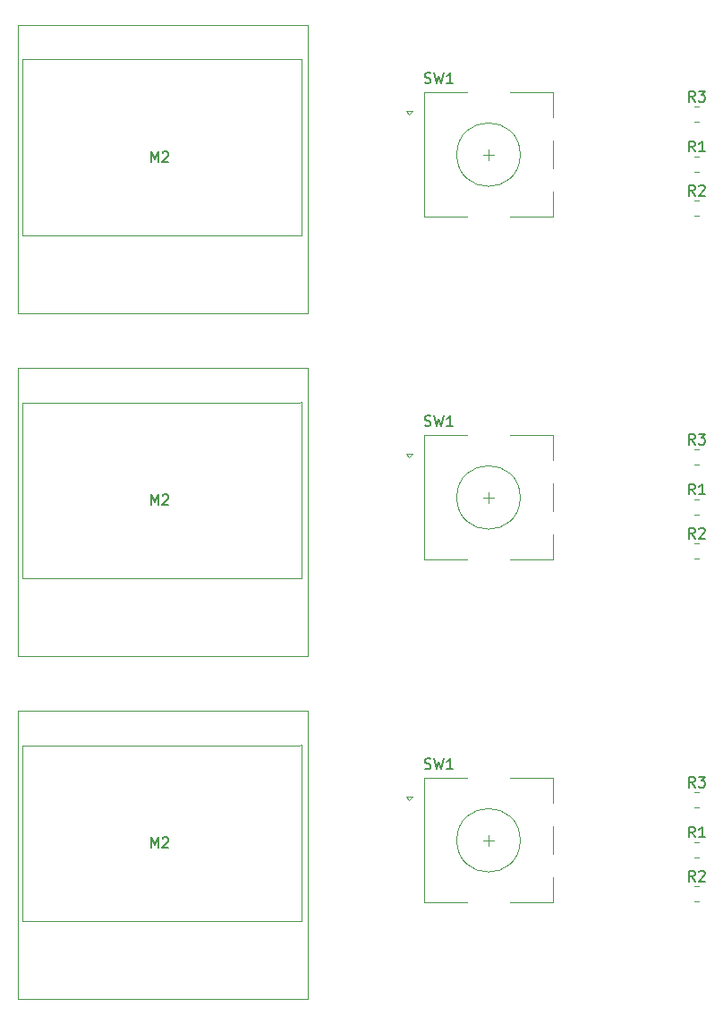
<source format=gto>
G04 #@! TF.GenerationSoftware,KiCad,Pcbnew,7.0.9-7.0.9~ubuntu22.04.1*
G04 #@! TF.CreationDate,2023-12-17T14:41:55+07:00*
G04 #@! TF.ProjectId,final-production,66696e61-6c2d-4707-926f-64756374696f,rev?*
G04 #@! TF.SameCoordinates,Original*
G04 #@! TF.FileFunction,Legend,Top*
G04 #@! TF.FilePolarity,Positive*
%FSLAX46Y46*%
G04 Gerber Fmt 4.6, Leading zero omitted, Abs format (unit mm)*
G04 Created by KiCad (PCBNEW 7.0.9-7.0.9~ubuntu22.04.1) date 2023-12-17 14:41:55*
%MOMM*%
%LPD*%
G01*
G04 APERTURE LIST*
%ADD10C,0.150000*%
%ADD11C,0.120000*%
G04 APERTURE END LIST*
D10*
X48029069Y-66867200D02*
X48171926Y-66914819D01*
X48171926Y-66914819D02*
X48410021Y-66914819D01*
X48410021Y-66914819D02*
X48505259Y-66867200D01*
X48505259Y-66867200D02*
X48552878Y-66819580D01*
X48552878Y-66819580D02*
X48600497Y-66724342D01*
X48600497Y-66724342D02*
X48600497Y-66629104D01*
X48600497Y-66629104D02*
X48552878Y-66533866D01*
X48552878Y-66533866D02*
X48505259Y-66486247D01*
X48505259Y-66486247D02*
X48410021Y-66438628D01*
X48410021Y-66438628D02*
X48219545Y-66391009D01*
X48219545Y-66391009D02*
X48124307Y-66343390D01*
X48124307Y-66343390D02*
X48076688Y-66295771D01*
X48076688Y-66295771D02*
X48029069Y-66200533D01*
X48029069Y-66200533D02*
X48029069Y-66105295D01*
X48029069Y-66105295D02*
X48076688Y-66010057D01*
X48076688Y-66010057D02*
X48124307Y-65962438D01*
X48124307Y-65962438D02*
X48219545Y-65914819D01*
X48219545Y-65914819D02*
X48457640Y-65914819D01*
X48457640Y-65914819D02*
X48600497Y-65962438D01*
X48933831Y-65914819D02*
X49171926Y-66914819D01*
X49171926Y-66914819D02*
X49362402Y-66200533D01*
X49362402Y-66200533D02*
X49552878Y-66914819D01*
X49552878Y-66914819D02*
X49790974Y-65914819D01*
X50695735Y-66914819D02*
X50124307Y-66914819D01*
X50410021Y-66914819D02*
X50410021Y-65914819D01*
X50410021Y-65914819D02*
X50314783Y-66057676D01*
X50314783Y-66057676D02*
X50219545Y-66152914D01*
X50219545Y-66152914D02*
X50124307Y-66200533D01*
X22118516Y-74380452D02*
X22118516Y-73380452D01*
X22118516Y-73380452D02*
X22451849Y-74094737D01*
X22451849Y-74094737D02*
X22785182Y-73380452D01*
X22785182Y-73380452D02*
X22785182Y-74380452D01*
X23213754Y-73475690D02*
X23261373Y-73428071D01*
X23261373Y-73428071D02*
X23356611Y-73380452D01*
X23356611Y-73380452D02*
X23594706Y-73380452D01*
X23594706Y-73380452D02*
X23689944Y-73428071D01*
X23689944Y-73428071D02*
X23737563Y-73475690D01*
X23737563Y-73475690D02*
X23785182Y-73570928D01*
X23785182Y-73570928D02*
X23785182Y-73666166D01*
X23785182Y-73666166D02*
X23737563Y-73809023D01*
X23737563Y-73809023D02*
X23166135Y-74380452D01*
X23166135Y-74380452D02*
X23785182Y-74380452D01*
X73595735Y-77544819D02*
X73262402Y-77068628D01*
X73024307Y-77544819D02*
X73024307Y-76544819D01*
X73024307Y-76544819D02*
X73405259Y-76544819D01*
X73405259Y-76544819D02*
X73500497Y-76592438D01*
X73500497Y-76592438D02*
X73548116Y-76640057D01*
X73548116Y-76640057D02*
X73595735Y-76735295D01*
X73595735Y-76735295D02*
X73595735Y-76878152D01*
X73595735Y-76878152D02*
X73548116Y-76973390D01*
X73548116Y-76973390D02*
X73500497Y-77021009D01*
X73500497Y-77021009D02*
X73405259Y-77068628D01*
X73405259Y-77068628D02*
X73024307Y-77068628D01*
X73976688Y-76640057D02*
X74024307Y-76592438D01*
X74024307Y-76592438D02*
X74119545Y-76544819D01*
X74119545Y-76544819D02*
X74357640Y-76544819D01*
X74357640Y-76544819D02*
X74452878Y-76592438D01*
X74452878Y-76592438D02*
X74500497Y-76640057D01*
X74500497Y-76640057D02*
X74548116Y-76735295D01*
X74548116Y-76735295D02*
X74548116Y-76830533D01*
X74548116Y-76830533D02*
X74500497Y-76973390D01*
X74500497Y-76973390D02*
X73929069Y-77544819D01*
X73929069Y-77544819D02*
X74548116Y-77544819D01*
X73595735Y-40956877D02*
X73262402Y-40480686D01*
X73024307Y-40956877D02*
X73024307Y-39956877D01*
X73024307Y-39956877D02*
X73405259Y-39956877D01*
X73405259Y-39956877D02*
X73500497Y-40004496D01*
X73500497Y-40004496D02*
X73548116Y-40052115D01*
X73548116Y-40052115D02*
X73595735Y-40147353D01*
X73595735Y-40147353D02*
X73595735Y-40290210D01*
X73595735Y-40290210D02*
X73548116Y-40385448D01*
X73548116Y-40385448D02*
X73500497Y-40433067D01*
X73500497Y-40433067D02*
X73405259Y-40480686D01*
X73405259Y-40480686D02*
X73024307Y-40480686D01*
X74548116Y-40956877D02*
X73976688Y-40956877D01*
X74262402Y-40956877D02*
X74262402Y-39956877D01*
X74262402Y-39956877D02*
X74167164Y-40099734D01*
X74167164Y-40099734D02*
X74071926Y-40194972D01*
X74071926Y-40194972D02*
X73976688Y-40242591D01*
X48029069Y-99295366D02*
X48171926Y-99342985D01*
X48171926Y-99342985D02*
X48410021Y-99342985D01*
X48410021Y-99342985D02*
X48505259Y-99295366D01*
X48505259Y-99295366D02*
X48552878Y-99247746D01*
X48552878Y-99247746D02*
X48600497Y-99152508D01*
X48600497Y-99152508D02*
X48600497Y-99057270D01*
X48600497Y-99057270D02*
X48552878Y-98962032D01*
X48552878Y-98962032D02*
X48505259Y-98914413D01*
X48505259Y-98914413D02*
X48410021Y-98866794D01*
X48410021Y-98866794D02*
X48219545Y-98819175D01*
X48219545Y-98819175D02*
X48124307Y-98771556D01*
X48124307Y-98771556D02*
X48076688Y-98723937D01*
X48076688Y-98723937D02*
X48029069Y-98628699D01*
X48029069Y-98628699D02*
X48029069Y-98533461D01*
X48029069Y-98533461D02*
X48076688Y-98438223D01*
X48076688Y-98438223D02*
X48124307Y-98390604D01*
X48124307Y-98390604D02*
X48219545Y-98342985D01*
X48219545Y-98342985D02*
X48457640Y-98342985D01*
X48457640Y-98342985D02*
X48600497Y-98390604D01*
X48933831Y-98342985D02*
X49171926Y-99342985D01*
X49171926Y-99342985D02*
X49362402Y-98628699D01*
X49362402Y-98628699D02*
X49552878Y-99342985D01*
X49552878Y-99342985D02*
X49790974Y-98342985D01*
X50695735Y-99342985D02*
X50124307Y-99342985D01*
X50410021Y-99342985D02*
X50410021Y-98342985D01*
X50410021Y-98342985D02*
X50314783Y-98485842D01*
X50314783Y-98485842D02*
X50219545Y-98581080D01*
X50219545Y-98581080D02*
X50124307Y-98628699D01*
X73595735Y-105813209D02*
X73262402Y-105337018D01*
X73024307Y-105813209D02*
X73024307Y-104813209D01*
X73024307Y-104813209D02*
X73405259Y-104813209D01*
X73405259Y-104813209D02*
X73500497Y-104860828D01*
X73500497Y-104860828D02*
X73548116Y-104908447D01*
X73548116Y-104908447D02*
X73595735Y-105003685D01*
X73595735Y-105003685D02*
X73595735Y-105146542D01*
X73595735Y-105146542D02*
X73548116Y-105241780D01*
X73548116Y-105241780D02*
X73500497Y-105289399D01*
X73500497Y-105289399D02*
X73405259Y-105337018D01*
X73405259Y-105337018D02*
X73024307Y-105337018D01*
X74548116Y-105813209D02*
X73976688Y-105813209D01*
X74262402Y-105813209D02*
X74262402Y-104813209D01*
X74262402Y-104813209D02*
X74167164Y-104956066D01*
X74167164Y-104956066D02*
X74071926Y-105051304D01*
X74071926Y-105051304D02*
X73976688Y-105098923D01*
X73595735Y-109972985D02*
X73262402Y-109496794D01*
X73024307Y-109972985D02*
X73024307Y-108972985D01*
X73024307Y-108972985D02*
X73405259Y-108972985D01*
X73405259Y-108972985D02*
X73500497Y-109020604D01*
X73500497Y-109020604D02*
X73548116Y-109068223D01*
X73548116Y-109068223D02*
X73595735Y-109163461D01*
X73595735Y-109163461D02*
X73595735Y-109306318D01*
X73595735Y-109306318D02*
X73548116Y-109401556D01*
X73548116Y-109401556D02*
X73500497Y-109449175D01*
X73500497Y-109449175D02*
X73405259Y-109496794D01*
X73405259Y-109496794D02*
X73024307Y-109496794D01*
X73976688Y-109068223D02*
X74024307Y-109020604D01*
X74024307Y-109020604D02*
X74119545Y-108972985D01*
X74119545Y-108972985D02*
X74357640Y-108972985D01*
X74357640Y-108972985D02*
X74452878Y-109020604D01*
X74452878Y-109020604D02*
X74500497Y-109068223D01*
X74500497Y-109068223D02*
X74548116Y-109163461D01*
X74548116Y-109163461D02*
X74548116Y-109258699D01*
X74548116Y-109258699D02*
X74500497Y-109401556D01*
X74500497Y-109401556D02*
X73929069Y-109972985D01*
X73929069Y-109972985D02*
X74548116Y-109972985D01*
X73595735Y-45116653D02*
X73262402Y-44640462D01*
X73024307Y-45116653D02*
X73024307Y-44116653D01*
X73024307Y-44116653D02*
X73405259Y-44116653D01*
X73405259Y-44116653D02*
X73500497Y-44164272D01*
X73500497Y-44164272D02*
X73548116Y-44211891D01*
X73548116Y-44211891D02*
X73595735Y-44307129D01*
X73595735Y-44307129D02*
X73595735Y-44449986D01*
X73595735Y-44449986D02*
X73548116Y-44545224D01*
X73548116Y-44545224D02*
X73500497Y-44592843D01*
X73500497Y-44592843D02*
X73405259Y-44640462D01*
X73405259Y-44640462D02*
X73024307Y-44640462D01*
X73976688Y-44211891D02*
X74024307Y-44164272D01*
X74024307Y-44164272D02*
X74119545Y-44116653D01*
X74119545Y-44116653D02*
X74357640Y-44116653D01*
X74357640Y-44116653D02*
X74452878Y-44164272D01*
X74452878Y-44164272D02*
X74500497Y-44211891D01*
X74500497Y-44211891D02*
X74548116Y-44307129D01*
X74548116Y-44307129D02*
X74548116Y-44402367D01*
X74548116Y-44402367D02*
X74500497Y-44545224D01*
X74500497Y-44545224D02*
X73929069Y-45116653D01*
X73929069Y-45116653D02*
X74548116Y-45116653D01*
X73595735Y-36226653D02*
X73262402Y-35750462D01*
X73024307Y-36226653D02*
X73024307Y-35226653D01*
X73024307Y-35226653D02*
X73405259Y-35226653D01*
X73405259Y-35226653D02*
X73500497Y-35274272D01*
X73500497Y-35274272D02*
X73548116Y-35321891D01*
X73548116Y-35321891D02*
X73595735Y-35417129D01*
X73595735Y-35417129D02*
X73595735Y-35559986D01*
X73595735Y-35559986D02*
X73548116Y-35655224D01*
X73548116Y-35655224D02*
X73500497Y-35702843D01*
X73500497Y-35702843D02*
X73405259Y-35750462D01*
X73405259Y-35750462D02*
X73024307Y-35750462D01*
X73929069Y-35226653D02*
X74548116Y-35226653D01*
X74548116Y-35226653D02*
X74214783Y-35607605D01*
X74214783Y-35607605D02*
X74357640Y-35607605D01*
X74357640Y-35607605D02*
X74452878Y-35655224D01*
X74452878Y-35655224D02*
X74500497Y-35702843D01*
X74500497Y-35702843D02*
X74548116Y-35798081D01*
X74548116Y-35798081D02*
X74548116Y-36036176D01*
X74548116Y-36036176D02*
X74500497Y-36131414D01*
X74500497Y-36131414D02*
X74452878Y-36179034D01*
X74452878Y-36179034D02*
X74357640Y-36226653D01*
X74357640Y-36226653D02*
X74071926Y-36226653D01*
X74071926Y-36226653D02*
X73976688Y-36179034D01*
X73976688Y-36179034D02*
X73929069Y-36131414D01*
X22118516Y-41952286D02*
X22118516Y-40952286D01*
X22118516Y-40952286D02*
X22451849Y-41666571D01*
X22451849Y-41666571D02*
X22785182Y-40952286D01*
X22785182Y-40952286D02*
X22785182Y-41952286D01*
X23213754Y-41047524D02*
X23261373Y-40999905D01*
X23261373Y-40999905D02*
X23356611Y-40952286D01*
X23356611Y-40952286D02*
X23594706Y-40952286D01*
X23594706Y-40952286D02*
X23689944Y-40999905D01*
X23689944Y-40999905D02*
X23737563Y-41047524D01*
X23737563Y-41047524D02*
X23785182Y-41142762D01*
X23785182Y-41142762D02*
X23785182Y-41238000D01*
X23785182Y-41238000D02*
X23737563Y-41380857D01*
X23737563Y-41380857D02*
X23166135Y-41952286D01*
X23166135Y-41952286D02*
X23785182Y-41952286D01*
X48029069Y-34439034D02*
X48171926Y-34486653D01*
X48171926Y-34486653D02*
X48410021Y-34486653D01*
X48410021Y-34486653D02*
X48505259Y-34439034D01*
X48505259Y-34439034D02*
X48552878Y-34391414D01*
X48552878Y-34391414D02*
X48600497Y-34296176D01*
X48600497Y-34296176D02*
X48600497Y-34200938D01*
X48600497Y-34200938D02*
X48552878Y-34105700D01*
X48552878Y-34105700D02*
X48505259Y-34058081D01*
X48505259Y-34058081D02*
X48410021Y-34010462D01*
X48410021Y-34010462D02*
X48219545Y-33962843D01*
X48219545Y-33962843D02*
X48124307Y-33915224D01*
X48124307Y-33915224D02*
X48076688Y-33867605D01*
X48076688Y-33867605D02*
X48029069Y-33772367D01*
X48029069Y-33772367D02*
X48029069Y-33677129D01*
X48029069Y-33677129D02*
X48076688Y-33581891D01*
X48076688Y-33581891D02*
X48124307Y-33534272D01*
X48124307Y-33534272D02*
X48219545Y-33486653D01*
X48219545Y-33486653D02*
X48457640Y-33486653D01*
X48457640Y-33486653D02*
X48600497Y-33534272D01*
X48933831Y-33486653D02*
X49171926Y-34486653D01*
X49171926Y-34486653D02*
X49362402Y-33772367D01*
X49362402Y-33772367D02*
X49552878Y-34486653D01*
X49552878Y-34486653D02*
X49790974Y-33486653D01*
X50695735Y-34486653D02*
X50124307Y-34486653D01*
X50410021Y-34486653D02*
X50410021Y-33486653D01*
X50410021Y-33486653D02*
X50314783Y-33629510D01*
X50314783Y-33629510D02*
X50219545Y-33724748D01*
X50219545Y-33724748D02*
X50124307Y-33772367D01*
X73595735Y-73385043D02*
X73262402Y-72908852D01*
X73024307Y-73385043D02*
X73024307Y-72385043D01*
X73024307Y-72385043D02*
X73405259Y-72385043D01*
X73405259Y-72385043D02*
X73500497Y-72432662D01*
X73500497Y-72432662D02*
X73548116Y-72480281D01*
X73548116Y-72480281D02*
X73595735Y-72575519D01*
X73595735Y-72575519D02*
X73595735Y-72718376D01*
X73595735Y-72718376D02*
X73548116Y-72813614D01*
X73548116Y-72813614D02*
X73500497Y-72861233D01*
X73500497Y-72861233D02*
X73405259Y-72908852D01*
X73405259Y-72908852D02*
X73024307Y-72908852D01*
X74548116Y-73385043D02*
X73976688Y-73385043D01*
X74262402Y-73385043D02*
X74262402Y-72385043D01*
X74262402Y-72385043D02*
X74167164Y-72527900D01*
X74167164Y-72527900D02*
X74071926Y-72623138D01*
X74071926Y-72623138D02*
X73976688Y-72670757D01*
X22118516Y-106808618D02*
X22118516Y-105808618D01*
X22118516Y-105808618D02*
X22451849Y-106522903D01*
X22451849Y-106522903D02*
X22785182Y-105808618D01*
X22785182Y-105808618D02*
X22785182Y-106808618D01*
X23213754Y-105903856D02*
X23261373Y-105856237D01*
X23261373Y-105856237D02*
X23356611Y-105808618D01*
X23356611Y-105808618D02*
X23594706Y-105808618D01*
X23594706Y-105808618D02*
X23689944Y-105856237D01*
X23689944Y-105856237D02*
X23737563Y-105903856D01*
X23737563Y-105903856D02*
X23785182Y-105999094D01*
X23785182Y-105999094D02*
X23785182Y-106094332D01*
X23785182Y-106094332D02*
X23737563Y-106237189D01*
X23737563Y-106237189D02*
X23166135Y-106808618D01*
X23166135Y-106808618D02*
X23785182Y-106808618D01*
X73595735Y-68654819D02*
X73262402Y-68178628D01*
X73024307Y-68654819D02*
X73024307Y-67654819D01*
X73024307Y-67654819D02*
X73405259Y-67654819D01*
X73405259Y-67654819D02*
X73500497Y-67702438D01*
X73500497Y-67702438D02*
X73548116Y-67750057D01*
X73548116Y-67750057D02*
X73595735Y-67845295D01*
X73595735Y-67845295D02*
X73595735Y-67988152D01*
X73595735Y-67988152D02*
X73548116Y-68083390D01*
X73548116Y-68083390D02*
X73500497Y-68131009D01*
X73500497Y-68131009D02*
X73405259Y-68178628D01*
X73405259Y-68178628D02*
X73024307Y-68178628D01*
X73929069Y-67654819D02*
X74548116Y-67654819D01*
X74548116Y-67654819D02*
X74214783Y-68035771D01*
X74214783Y-68035771D02*
X74357640Y-68035771D01*
X74357640Y-68035771D02*
X74452878Y-68083390D01*
X74452878Y-68083390D02*
X74500497Y-68131009D01*
X74500497Y-68131009D02*
X74548116Y-68226247D01*
X74548116Y-68226247D02*
X74548116Y-68464342D01*
X74548116Y-68464342D02*
X74500497Y-68559580D01*
X74500497Y-68559580D02*
X74452878Y-68607200D01*
X74452878Y-68607200D02*
X74357640Y-68654819D01*
X74357640Y-68654819D02*
X74071926Y-68654819D01*
X74071926Y-68654819D02*
X73976688Y-68607200D01*
X73976688Y-68607200D02*
X73929069Y-68559580D01*
X73595735Y-101082985D02*
X73262402Y-100606794D01*
X73024307Y-101082985D02*
X73024307Y-100082985D01*
X73024307Y-100082985D02*
X73405259Y-100082985D01*
X73405259Y-100082985D02*
X73500497Y-100130604D01*
X73500497Y-100130604D02*
X73548116Y-100178223D01*
X73548116Y-100178223D02*
X73595735Y-100273461D01*
X73595735Y-100273461D02*
X73595735Y-100416318D01*
X73595735Y-100416318D02*
X73548116Y-100511556D01*
X73548116Y-100511556D02*
X73500497Y-100559175D01*
X73500497Y-100559175D02*
X73405259Y-100606794D01*
X73405259Y-100606794D02*
X73024307Y-100606794D01*
X73929069Y-100082985D02*
X74548116Y-100082985D01*
X74548116Y-100082985D02*
X74214783Y-100463937D01*
X74214783Y-100463937D02*
X74357640Y-100463937D01*
X74357640Y-100463937D02*
X74452878Y-100511556D01*
X74452878Y-100511556D02*
X74500497Y-100559175D01*
X74500497Y-100559175D02*
X74548116Y-100654413D01*
X74548116Y-100654413D02*
X74548116Y-100892508D01*
X74548116Y-100892508D02*
X74500497Y-100987746D01*
X74500497Y-100987746D02*
X74452878Y-101035366D01*
X74452878Y-101035366D02*
X74357640Y-101082985D01*
X74357640Y-101082985D02*
X74071926Y-101082985D01*
X74071926Y-101082985D02*
X73976688Y-101035366D01*
X73976688Y-101035366D02*
X73929069Y-100987746D01*
D11*
G04 #@! TO.C,SW1*
X46262402Y-69560000D02*
X46862402Y-69560000D01*
X46562402Y-69860000D02*
X46262402Y-69560000D01*
X46862402Y-69560000D02*
X46562402Y-69860000D01*
X47962402Y-67760000D02*
X47962402Y-79560000D01*
X52062402Y-67760000D02*
X47962402Y-67760000D01*
X52062402Y-79560000D02*
X47962402Y-79560000D01*
X53562402Y-73660000D02*
X54562402Y-73660000D01*
X54062402Y-73160000D02*
X54062402Y-74160000D01*
X56062402Y-67760000D02*
X60162402Y-67760000D01*
X60162402Y-67760000D02*
X60162402Y-70160000D01*
X60162402Y-72360000D02*
X60162402Y-74960000D01*
X60162402Y-77160000D02*
X60162402Y-79560000D01*
X60162402Y-79560000D02*
X56062402Y-79560000D01*
X57062402Y-73660000D02*
G75*
G03*
X57062402Y-73660000I-3000000J0D01*
G01*
G04 #@! TO.C,M2*
X9528040Y-61371633D02*
X36928040Y-61371633D01*
X9528040Y-88671633D02*
X9528040Y-61371633D01*
X9950040Y-64666633D02*
X33050040Y-64666633D01*
X9950040Y-81266633D02*
X9950040Y-64666633D01*
X33050040Y-64666633D02*
X36136040Y-64666633D01*
X33050040Y-81266633D02*
X9950040Y-81266633D01*
X33050040Y-81266633D02*
X36390040Y-81291633D01*
X36390040Y-64654633D02*
X36136040Y-64666633D01*
X36390040Y-81291633D02*
X36390040Y-64654633D01*
X36928040Y-61371633D02*
X36928040Y-88671633D01*
X36928040Y-88671633D02*
X9528040Y-88671633D01*
G04 #@! TO.C,R2*
X73535338Y-78005000D02*
X73989466Y-78005000D01*
X73535338Y-79475000D02*
X73989466Y-79475000D01*
G04 #@! TO.C,R1*
X73535338Y-41417058D02*
X73989466Y-41417058D01*
X73535338Y-42887058D02*
X73989466Y-42887058D01*
G04 #@! TO.C,SW1*
X46262402Y-101988166D02*
X46862402Y-101988166D01*
X46562402Y-102288166D02*
X46262402Y-101988166D01*
X46862402Y-101988166D02*
X46562402Y-102288166D01*
X47962402Y-100188166D02*
X47962402Y-111988166D01*
X52062402Y-100188166D02*
X47962402Y-100188166D01*
X52062402Y-111988166D02*
X47962402Y-111988166D01*
X53562402Y-106088166D02*
X54562402Y-106088166D01*
X54062402Y-105588166D02*
X54062402Y-106588166D01*
X56062402Y-100188166D02*
X60162402Y-100188166D01*
X60162402Y-100188166D02*
X60162402Y-102588166D01*
X60162402Y-104788166D02*
X60162402Y-107388166D01*
X60162402Y-109588166D02*
X60162402Y-111988166D01*
X60162402Y-111988166D02*
X56062402Y-111988166D01*
X57062402Y-106088166D02*
G75*
G03*
X57062402Y-106088166I-3000000J0D01*
G01*
G04 #@! TO.C,R1*
X73535338Y-106273390D02*
X73989466Y-106273390D01*
X73535338Y-107743390D02*
X73989466Y-107743390D01*
G04 #@! TO.C,R2*
X73535338Y-110433166D02*
X73989466Y-110433166D01*
X73535338Y-111903166D02*
X73989466Y-111903166D01*
X73535338Y-45576834D02*
X73989466Y-45576834D01*
X73535338Y-47046834D02*
X73989466Y-47046834D01*
G04 #@! TO.C,R3*
X73535338Y-36686834D02*
X73989466Y-36686834D01*
X73535338Y-38156834D02*
X73989466Y-38156834D01*
G04 #@! TO.C,M2*
X9528040Y-28943467D02*
X36928040Y-28943467D01*
X9528040Y-56243467D02*
X9528040Y-28943467D01*
X9950040Y-32238467D02*
X33050040Y-32238467D01*
X9950040Y-48838467D02*
X9950040Y-32238467D01*
X33050040Y-32238467D02*
X36136040Y-32238467D01*
X33050040Y-48838467D02*
X9950040Y-48838467D01*
X33050040Y-48838467D02*
X36390040Y-48863467D01*
X36390040Y-32226467D02*
X36136040Y-32238467D01*
X36390040Y-48863467D02*
X36390040Y-32226467D01*
X36928040Y-28943467D02*
X36928040Y-56243467D01*
X36928040Y-56243467D02*
X9528040Y-56243467D01*
G04 #@! TO.C,SW1*
X46262402Y-37131834D02*
X46862402Y-37131834D01*
X46562402Y-37431834D02*
X46262402Y-37131834D01*
X46862402Y-37131834D02*
X46562402Y-37431834D01*
X47962402Y-35331834D02*
X47962402Y-47131834D01*
X52062402Y-35331834D02*
X47962402Y-35331834D01*
X52062402Y-47131834D02*
X47962402Y-47131834D01*
X53562402Y-41231834D02*
X54562402Y-41231834D01*
X54062402Y-40731834D02*
X54062402Y-41731834D01*
X56062402Y-35331834D02*
X60162402Y-35331834D01*
X60162402Y-35331834D02*
X60162402Y-37731834D01*
X60162402Y-39931834D02*
X60162402Y-42531834D01*
X60162402Y-44731834D02*
X60162402Y-47131834D01*
X60162402Y-47131834D02*
X56062402Y-47131834D01*
X57062402Y-41231834D02*
G75*
G03*
X57062402Y-41231834I-3000000J0D01*
G01*
G04 #@! TO.C,R1*
X73535338Y-73845224D02*
X73989466Y-73845224D01*
X73535338Y-75315224D02*
X73989466Y-75315224D01*
G04 #@! TO.C,M2*
X9528040Y-93799799D02*
X36928040Y-93799799D01*
X9528040Y-121099799D02*
X9528040Y-93799799D01*
X9950040Y-97094799D02*
X33050040Y-97094799D01*
X9950040Y-113694799D02*
X9950040Y-97094799D01*
X33050040Y-97094799D02*
X36136040Y-97094799D01*
X33050040Y-113694799D02*
X9950040Y-113694799D01*
X33050040Y-113694799D02*
X36390040Y-113719799D01*
X36390040Y-97082799D02*
X36136040Y-97094799D01*
X36390040Y-113719799D02*
X36390040Y-97082799D01*
X36928040Y-93799799D02*
X36928040Y-121099799D01*
X36928040Y-121099799D02*
X9528040Y-121099799D01*
G04 #@! TO.C,R3*
X73535338Y-69115000D02*
X73989466Y-69115000D01*
X73535338Y-70585000D02*
X73989466Y-70585000D01*
X73535338Y-101543166D02*
X73989466Y-101543166D01*
X73535338Y-103013166D02*
X73989466Y-103013166D01*
G04 #@! TD*
M02*

</source>
